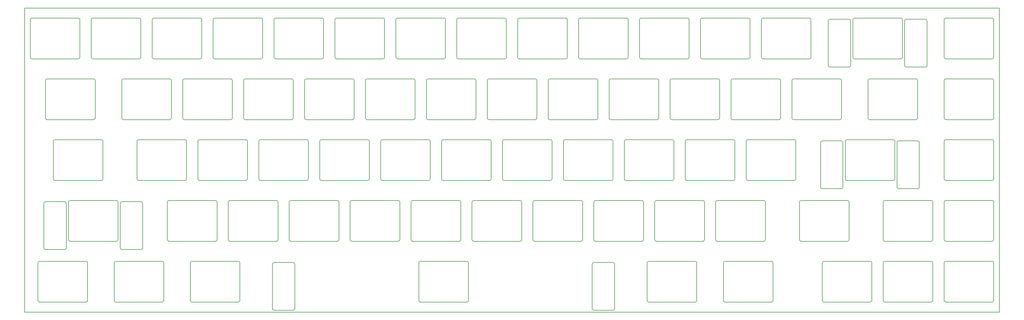
<source format=gbr>
G04 #@! TF.GenerationSoftware,KiCad,Pcbnew,(6.0.4)*
G04 #@! TF.CreationDate,2022-04-27T23:37:41+02:00*
G04 #@! TF.ProjectId,plate,706c6174-652e-46b6-9963-61645f706362,rev?*
G04 #@! TF.SameCoordinates,Original*
G04 #@! TF.FileFunction,Profile,NP*
%FSLAX46Y46*%
G04 Gerber Fmt 4.6, Leading zero omitted, Abs format (unit mm)*
G04 Created by KiCad (PCBNEW (6.0.4)) date 2022-04-27 23:37:41*
%MOMM*%
%LPD*%
G01*
G04 APERTURE LIST*
G04 #@! TA.AperFunction,Profile*
%ADD10C,0.200000*%
G04 #@! TD*
G04 APERTURE END LIST*
D10*
X51781250Y-79825000D02*
X51781250Y-91625000D01*
X52281250Y-79324950D02*
G75*
G03*
X51781250Y-79825000I50J-500050D01*
G01*
X79187500Y-60775000D02*
G75*
G03*
X78687500Y-60275000I-500000J0D01*
G01*
X225612500Y-53525000D02*
G75*
G03*
X226112500Y-54025000I500000J0D01*
G01*
X257781200Y-60775000D02*
G75*
G03*
X257281250Y-60275000I-500000J0D01*
G01*
X24418700Y-41725000D02*
G75*
G03*
X23918750Y-41225000I-500000J0D01*
G01*
X174437500Y-60775000D02*
X174437500Y-72575000D01*
X212537500Y-60775000D02*
G75*
G03*
X212037500Y-60275000I-500000J0D01*
G01*
X45137500Y-60275000D02*
X59637500Y-60275000D01*
X242281300Y-72575000D02*
G75*
G03*
X242781250Y-73075000I500000J0D01*
G01*
X283975000Y-79825000D02*
G75*
G03*
X283475000Y-79325000I-500000J0D01*
G01*
X259450000Y-15925000D02*
X273950000Y-15925000D01*
X287525000Y-3625000D02*
X287525000Y-15425000D01*
X216587500Y-60275000D02*
G75*
G03*
X216087500Y-60775000I0J-500000D01*
G01*
X164912500Y-41725000D02*
G75*
G03*
X164412500Y-41225000I-500000J0D01*
G01*
X50612500Y-41725000D02*
G75*
G03*
X50112500Y-41225000I-500000J0D01*
G01*
X97525000Y-3125000D02*
X112025000Y-3125000D01*
X258950000Y-3625000D02*
X258950000Y-15425000D01*
X271568750Y-54025050D02*
G75*
G03*
X272068750Y-53525000I-50J500050D01*
G01*
X207062500Y-41225000D02*
X221562500Y-41225000D01*
X288025000Y-60275000D02*
G75*
G03*
X287525000Y-60775000I0J-500000D01*
G01*
X264925000Y-79825000D02*
X264925000Y-91625000D01*
X303025000Y-60775000D02*
G75*
G03*
X302525000Y-60275000I-500000J0D01*
G01*
X88000000Y-22175000D02*
X102500000Y-22175000D01*
X140387500Y-73075000D02*
X154887500Y-73075000D01*
X287525000Y-72575000D02*
G75*
G03*
X288025000Y-73075000I500000J0D01*
G01*
X169675000Y-3625000D02*
G75*
G03*
X169175000Y-3125000I-500000J0D01*
G01*
X4656250Y-79325000D02*
G75*
G03*
X4156250Y-79825000I0J-500000D01*
G01*
X279756700Y-42125000D02*
G75*
G03*
X279256750Y-41625000I-500000J0D01*
G01*
X45137500Y-73075000D02*
X59637500Y-73075000D01*
X30369250Y-75675000D02*
X36369250Y-75675000D01*
X45850000Y-22675000D02*
G75*
G03*
X45350000Y-22175000I-500000J0D01*
G01*
X88712500Y-41725000D02*
X88712500Y-53525000D01*
X63687500Y-72575000D02*
G75*
G03*
X64187500Y-73075000I500000J0D01*
G01*
X188012500Y-41225000D02*
G75*
G03*
X187512500Y-41725000I0J-500000D01*
G01*
X226112500Y-41225000D02*
G75*
G03*
X225612500Y-41725000I0J-500000D01*
G01*
X130862500Y-41225000D02*
X145362500Y-41225000D01*
X64187500Y-60275000D02*
X78687500Y-60275000D01*
X54162500Y-41725000D02*
X54162500Y-53525000D01*
X23918750Y-54025050D02*
G75*
G03*
X24418750Y-53525000I-50J500050D01*
G01*
X230375000Y-3625000D02*
X230375000Y-15425000D01*
X0Y0D02*
X304800000Y0D01*
X288025000Y-92125000D02*
X302525000Y-92125000D01*
X84468750Y-80225000D02*
X84468750Y-94225000D01*
X207775000Y-3625000D02*
G75*
G03*
X207275000Y-3125000I-500000J0D01*
G01*
X240400000Y-34975000D02*
X254900000Y-34975000D01*
X159437500Y-60275000D02*
G75*
G03*
X158937500Y-60775000I0J-500000D01*
G01*
X45850000Y-22675000D02*
X45850000Y-34475000D01*
X169175000Y-15925000D02*
G75*
G03*
X169675000Y-15425000I0J500000D01*
G01*
X183968750Y-94725050D02*
G75*
G03*
X184468750Y-94225000I-50J500050D01*
G01*
X230875000Y-3125000D02*
X245375000Y-3125000D01*
X259450000Y-3125000D02*
G75*
G03*
X258950000Y-3625000I0J-500000D01*
G01*
X145150000Y-22175000D02*
G75*
G03*
X144650000Y-22675000I0J-500000D01*
G01*
X216587500Y-60275000D02*
X231087500Y-60275000D01*
X221350000Y-34975000D02*
X235850000Y-34975000D01*
X111812500Y-41225000D02*
G75*
G03*
X111312500Y-41725000I0J-500000D01*
G01*
X30369250Y-60674950D02*
G75*
G03*
X29869250Y-61175000I50J-500050D01*
G01*
X20825000Y-3625000D02*
X20825000Y-15425000D01*
X116075000Y-15425000D02*
G75*
G03*
X116575000Y-15925000I500000J0D01*
G01*
X173225000Y-3625000D02*
X173225000Y-15425000D01*
X107262500Y-54025000D02*
G75*
G03*
X107762500Y-53525000I0J500000D01*
G01*
X218968750Y-79324950D02*
G75*
G03*
X218468750Y-79825000I50J-500050D01*
G01*
X150625000Y-3625000D02*
G75*
G03*
X150125000Y-3125000I-500000J0D01*
G01*
X164912500Y-41725000D02*
X164912500Y-53525000D01*
X69662500Y-41725000D02*
X69662500Y-53525000D01*
X102500000Y-34975000D02*
G75*
G03*
X103000000Y-34475000I0J500000D01*
G01*
X29869250Y-61175000D02*
X29869250Y-75175000D01*
X1775000Y-3625000D02*
X1775000Y-15425000D01*
X287525000Y-34475000D02*
G75*
G03*
X288025000Y-34975000I500000J0D01*
G01*
X121337500Y-60275000D02*
X135837500Y-60275000D01*
X183462500Y-54025000D02*
G75*
G03*
X183962500Y-53525000I0J500000D01*
G01*
X202300000Y-34975000D02*
X216800000Y-34975000D01*
X230375000Y-15425000D02*
G75*
G03*
X230875000Y-15925000I500000J0D01*
G01*
X111312500Y-53525000D02*
G75*
G03*
X111812500Y-54025000I500000J0D01*
G01*
X241112500Y-41725000D02*
G75*
G03*
X240612500Y-41225000I-500000J0D01*
G01*
X43468750Y-79825000D02*
X43468750Y-91625000D01*
X35112500Y-53525000D02*
G75*
G03*
X35612500Y-54025000I500000J0D01*
G01*
X197037500Y-72575000D02*
G75*
G03*
X197537500Y-73075000I500000J0D01*
G01*
X36369250Y-75675050D02*
G75*
G03*
X36869250Y-75175000I-50J500050D01*
G01*
X92762500Y-41225000D02*
X107262500Y-41225000D01*
X264212500Y-22175000D02*
G75*
G03*
X263712500Y-22675000I0J-500000D01*
G01*
X21325000Y-3125000D02*
X35825000Y-3125000D01*
X231587500Y-60775000D02*
X231587500Y-72575000D01*
X0Y-95250000D02*
X0Y0D01*
X177987500Y-72575000D02*
G75*
G03*
X178487500Y-73075000I500000J0D01*
G01*
X177468800Y-94225000D02*
G75*
G03*
X177968750Y-94725000I500000J0D01*
G01*
X268975000Y-60275000D02*
X283475000Y-60275000D01*
X217300000Y-22675000D02*
X217300000Y-34475000D01*
X13681300Y-72575000D02*
G75*
G03*
X14181250Y-73075000I500000J0D01*
G01*
X283475000Y-73075000D02*
G75*
G03*
X283975000Y-72575000I0J500000D01*
G01*
X264212500Y-22175000D02*
X278712500Y-22175000D01*
X111812500Y-41225000D02*
X126312500Y-41225000D01*
X288025000Y-22175000D02*
X302525000Y-22175000D01*
X19656200Y-79825000D02*
G75*
G03*
X19156250Y-79325000I-500000J0D01*
G01*
X159437500Y-73075000D02*
X173937500Y-73075000D01*
X283975000Y-60775000D02*
X283975000Y-72575000D01*
X263712500Y-22675000D02*
X263712500Y-34475000D01*
X220850000Y-22675000D02*
X220850000Y-34475000D01*
X28681250Y-73075050D02*
G75*
G03*
X29181250Y-72575000I-50J500050D01*
G01*
X273950000Y-15925000D02*
G75*
G03*
X274450000Y-15425000I0J500000D01*
G01*
X182750000Y-22675000D02*
X182750000Y-34475000D01*
X4656250Y-79325000D02*
X19156250Y-79325000D01*
X183250000Y-22175000D02*
X197750000Y-22175000D01*
X164200000Y-34975000D02*
X178700000Y-34975000D01*
X35612500Y-41225000D02*
G75*
G03*
X35112500Y-41725000I0J-500000D01*
G01*
X5993250Y-61175000D02*
X5993250Y-75175000D01*
X256568750Y-41725000D02*
X256568750Y-53525000D01*
X304800000Y-95250000D02*
X304800000Y0D01*
X14181250Y-60275000D02*
X28681250Y-60275000D01*
X303025000Y-79825000D02*
X303025000Y-91625000D01*
X54662500Y-41225000D02*
G75*
G03*
X54162500Y-41725000I0J-500000D01*
G01*
X123218750Y-79825000D02*
X123218750Y-91625000D01*
X60137500Y-60775000D02*
G75*
G03*
X59637500Y-60275000I-500000J0D01*
G01*
X221562500Y-54025000D02*
G75*
G03*
X222062500Y-53525000I0J500000D01*
G01*
X138718750Y-79825000D02*
X138718750Y-91625000D01*
X88000000Y-22175000D02*
G75*
G03*
X87500000Y-22675000I0J-500000D01*
G01*
X130362500Y-41725000D02*
X130362500Y-53525000D01*
X93475000Y-3625000D02*
X93475000Y-15425000D01*
X54662500Y-41225000D02*
X69162500Y-41225000D01*
X131075000Y-15925000D02*
G75*
G03*
X131575000Y-15425000I0J500000D01*
G01*
X159650000Y-34975000D02*
G75*
G03*
X160150000Y-34475000I0J500000D01*
G01*
X144650000Y-22675000D02*
X144650000Y-34475000D01*
X9418750Y-41224950D02*
G75*
G03*
X8918750Y-41725000I50J-500050D01*
G01*
X125600000Y-34475000D02*
G75*
G03*
X126100000Y-34975000I500000J0D01*
G01*
X182750000Y-34475000D02*
G75*
G03*
X183250000Y-34975000I500000J0D01*
G01*
X59425000Y-3125000D02*
G75*
G03*
X58925000Y-3625000I0J-500000D01*
G01*
X116787500Y-73075000D02*
G75*
G03*
X117287500Y-72575000I0J500000D01*
G01*
X279756750Y-42125000D02*
X279756750Y-56125000D01*
X268475000Y-72575000D02*
G75*
G03*
X268975000Y-73075000I500000J0D01*
G01*
X173725000Y-3125000D02*
X188225000Y-3125000D01*
X194656300Y-91625000D02*
G75*
G03*
X195156250Y-92125000I500000J0D01*
G01*
X195156250Y-79325000D02*
X209656250Y-79325000D01*
X168962500Y-41225000D02*
G75*
G03*
X168462500Y-41725000I0J-500000D01*
G01*
X212037500Y-73075000D02*
G75*
G03*
X212537500Y-72575000I0J500000D01*
G01*
X251262000Y-18025000D02*
G75*
G03*
X251762000Y-18525000I500000J0D01*
G01*
X36869200Y-61175000D02*
G75*
G03*
X36369250Y-60675000I-500000J0D01*
G01*
X44637500Y-72575000D02*
G75*
G03*
X45137500Y-73075000I500000J0D01*
G01*
X302525000Y-15925000D02*
G75*
G03*
X303025000Y-15425000I0J500000D01*
G01*
X216087500Y-60775000D02*
X216087500Y-72575000D01*
X77968750Y-79724950D02*
G75*
G03*
X77468750Y-80225000I50J-500050D01*
G01*
X268475000Y-91625000D02*
G75*
G03*
X268975000Y-92125000I500000J0D01*
G01*
X149912500Y-41225000D02*
X164412500Y-41225000D01*
X121337500Y-73075000D02*
X135837500Y-73075000D01*
X93475000Y-3625000D02*
G75*
G03*
X92975000Y-3125000I-500000J0D01*
G01*
X135625000Y-3125000D02*
X150125000Y-3125000D01*
X17275000Y-3625000D02*
X17275000Y-15425000D01*
X66781250Y-92125050D02*
G75*
G03*
X67281250Y-91625000I-50J500050D01*
G01*
X68950000Y-34975000D02*
X83450000Y-34975000D01*
X116075000Y-3625000D02*
X116075000Y-15425000D01*
X230875000Y-15925000D02*
X245375000Y-15925000D01*
X63687500Y-60775000D02*
X63687500Y-72575000D01*
X141100000Y-22675000D02*
X141100000Y-34475000D01*
X164200000Y-22175000D02*
X178700000Y-22175000D01*
X174437500Y-60775000D02*
G75*
G03*
X173937500Y-60275000I-500000J0D01*
G01*
X40375000Y-15925000D02*
X54875000Y-15925000D01*
X287525000Y-60775000D02*
X287525000Y-72575000D01*
X123718750Y-79324950D02*
G75*
G03*
X123218750Y-79825000I50J-500050D01*
G01*
X258262000Y-4025000D02*
X258262000Y-18025000D01*
X239900000Y-22675000D02*
X239900000Y-34475000D01*
X288025000Y-79325000D02*
X302525000Y-79325000D01*
X179200000Y-22675000D02*
G75*
G03*
X178700000Y-22175000I-500000J0D01*
G01*
X92762500Y-41225000D02*
G75*
G03*
X92262500Y-41725000I0J-500000D01*
G01*
X27968750Y-79825000D02*
X27968750Y-91625000D01*
X29181200Y-60775000D02*
G75*
G03*
X28681250Y-60275000I-500000J0D01*
G01*
X173225000Y-15425000D02*
G75*
G03*
X173725000Y-15925000I500000J0D01*
G01*
X287525000Y-91625000D02*
G75*
G03*
X288025000Y-92125000I500000J0D01*
G01*
X77468750Y-80225000D02*
X77468750Y-94225000D01*
X83237500Y-60275000D02*
G75*
G03*
X82737500Y-60775000I0J-500000D01*
G01*
X226112500Y-54025000D02*
X240612500Y-54025000D01*
X49900000Y-34975000D02*
X64400000Y-34975000D01*
X268975000Y-60275000D02*
G75*
G03*
X268475000Y-60775000I0J-500000D01*
G01*
X236350000Y-22675000D02*
G75*
G03*
X235850000Y-22175000I-500000J0D01*
G01*
X279212500Y-22675000D02*
G75*
G03*
X278712500Y-22175000I-500000J0D01*
G01*
X84468700Y-80225000D02*
G75*
G03*
X83968750Y-79725000I-500000J0D01*
G01*
X272068750Y-41725000D02*
X272068750Y-53525000D01*
X272068700Y-41725000D02*
G75*
G03*
X271568750Y-41225000I-500000J0D01*
G01*
X7037500Y-34975000D02*
X21537500Y-34975000D01*
X216087500Y-72575000D02*
G75*
G03*
X216587500Y-73075000I500000J0D01*
G01*
X203012500Y-41725000D02*
G75*
G03*
X202512500Y-41225000I-500000J0D01*
G01*
X14181250Y-60274950D02*
G75*
G03*
X13681250Y-60775000I50J-500050D01*
G01*
X233968750Y-79825000D02*
X233968750Y-91625000D01*
X126312500Y-54025000D02*
G75*
G03*
X126812500Y-53525000I0J500000D01*
G01*
X183250000Y-34975000D02*
X197750000Y-34975000D01*
X283975000Y-60775000D02*
G75*
G03*
X283475000Y-60275000I-500000J0D01*
G01*
X24418750Y-41725000D02*
X24418750Y-53525000D01*
X82737500Y-60775000D02*
X82737500Y-72575000D01*
X303025000Y-22675000D02*
G75*
G03*
X302525000Y-22175000I-500000J0D01*
G01*
X92262500Y-53525000D02*
G75*
G03*
X92762500Y-54025000I500000J0D01*
G01*
X239900000Y-34475000D02*
G75*
G03*
X240400000Y-34975000I500000J0D01*
G01*
X154675000Y-15925000D02*
X169175000Y-15925000D01*
X92262500Y-41725000D02*
X92262500Y-53525000D01*
X222062500Y-41725000D02*
X222062500Y-53525000D01*
X264425000Y-92125000D02*
G75*
G03*
X264925000Y-91625000I0J500000D01*
G01*
X40375000Y-3125000D02*
X54875000Y-3125000D01*
X192775000Y-15925000D02*
X207275000Y-15925000D01*
X273256750Y-56625000D02*
X279256750Y-56625000D01*
X116575000Y-3125000D02*
G75*
G03*
X116075000Y-3625000I0J-500000D01*
G01*
X207062500Y-54025000D02*
X221562500Y-54025000D01*
X77968750Y-94725000D02*
X83968750Y-94725000D01*
X122050000Y-22675000D02*
G75*
G03*
X121550000Y-22175000I-500000J0D01*
G01*
X287525000Y-22675000D02*
X287525000Y-34475000D01*
X121337500Y-60275000D02*
G75*
G03*
X120837500Y-60775000I0J-500000D01*
G01*
X149912500Y-54025000D02*
X164412500Y-54025000D01*
X74425000Y-3625000D02*
G75*
G03*
X73925000Y-3125000I-500000J0D01*
G01*
X21537500Y-34975000D02*
G75*
G03*
X22037500Y-34475000I0J500000D01*
G01*
X287525000Y-41725000D02*
X287525000Y-53525000D01*
X131575000Y-3625000D02*
X131575000Y-15425000D01*
X303025000Y-41725000D02*
X303025000Y-53525000D01*
X268475000Y-60775000D02*
X268475000Y-72575000D01*
X288025000Y-15925000D02*
X302525000Y-15925000D01*
X242781250Y-60274950D02*
G75*
G03*
X242281250Y-60775000I50J-500050D01*
G01*
X140387500Y-60275000D02*
G75*
G03*
X139887500Y-60775000I0J-500000D01*
G01*
X97525000Y-15925000D02*
X112025000Y-15925000D01*
X30850000Y-34975000D02*
X45350000Y-34975000D01*
X145862500Y-41725000D02*
G75*
G03*
X145362500Y-41225000I-500000J0D01*
G01*
X197537500Y-60275000D02*
X212037500Y-60275000D01*
X92975000Y-15925000D02*
G75*
G03*
X93475000Y-15425000I0J500000D01*
G01*
X193487500Y-60775000D02*
X193487500Y-72575000D01*
X155387500Y-60775000D02*
X155387500Y-72575000D01*
X202300000Y-22175000D02*
G75*
G03*
X201800000Y-22675000I0J-500000D01*
G01*
X28468750Y-79325000D02*
X42968750Y-79325000D01*
X288025000Y-41225000D02*
G75*
G03*
X287525000Y-41725000I0J-500000D01*
G01*
X216587500Y-73075000D02*
X231087500Y-73075000D01*
X64187500Y-73075000D02*
X78687500Y-73075000D01*
X149412500Y-41725000D02*
X149412500Y-53525000D01*
X73212500Y-53525000D02*
G75*
G03*
X73712500Y-54025000I500000J0D01*
G01*
X102287500Y-60275000D02*
G75*
G03*
X101787500Y-60775000I0J-500000D01*
G01*
X275138000Y-18025000D02*
G75*
G03*
X275638000Y-18525000I500000J0D01*
G01*
X20825000Y-15425000D02*
G75*
G03*
X21325000Y-15925000I500000J0D01*
G01*
X77468800Y-94225000D02*
G75*
G03*
X77968750Y-94725000I500000J0D01*
G01*
X78475000Y-3125000D02*
G75*
G03*
X77975000Y-3625000I0J-500000D01*
G01*
X288025000Y-79325000D02*
G75*
G03*
X287525000Y-79825000I0J-500000D01*
G01*
X83237500Y-73075000D02*
X97737500Y-73075000D01*
X221350000Y-22175000D02*
X235850000Y-22175000D01*
X59637500Y-73075000D02*
G75*
G03*
X60137500Y-72575000I0J500000D01*
G01*
X154175000Y-3625000D02*
X154175000Y-15425000D01*
X29869300Y-75175000D02*
G75*
G03*
X30369250Y-75675000I500000J0D01*
G01*
X168462500Y-53525000D02*
G75*
G03*
X168962500Y-54025000I500000J0D01*
G01*
X116575000Y-3125000D02*
X131075000Y-3125000D01*
X7037500Y-22175000D02*
G75*
G03*
X6537500Y-22675000I0J-500000D01*
G01*
X302525000Y-34975000D02*
G75*
G03*
X303025000Y-34475000I0J500000D01*
G01*
X52281250Y-79325000D02*
X66781250Y-79325000D01*
X173937500Y-73075000D02*
G75*
G03*
X174437500Y-72575000I0J500000D01*
G01*
X255380750Y-56625050D02*
G75*
G03*
X255880750Y-56125000I-50J500050D01*
G01*
X68950000Y-22175000D02*
X83450000Y-22175000D01*
X230875000Y-3125000D02*
G75*
G03*
X230375000Y-3625000I0J-500000D01*
G01*
X264212500Y-34975000D02*
X278712500Y-34975000D01*
X212537500Y-60775000D02*
X212537500Y-72575000D01*
X131575000Y-3625000D02*
G75*
G03*
X131075000Y-3125000I-500000J0D01*
G01*
X126812500Y-41725000D02*
X126812500Y-53525000D01*
X158937500Y-72575000D02*
G75*
G03*
X159437500Y-73075000I500000J0D01*
G01*
X222062500Y-41725000D02*
G75*
G03*
X221562500Y-41225000I-500000J0D01*
G01*
X117287500Y-60775000D02*
X117287500Y-72575000D01*
X177968750Y-79724950D02*
G75*
G03*
X177468750Y-80225000I50J-500050D01*
G01*
X288025000Y-34975000D02*
X302525000Y-34975000D01*
X45350000Y-34975000D02*
G75*
G03*
X45850000Y-34475000I0J500000D01*
G01*
X122050000Y-22675000D02*
X122050000Y-34475000D01*
X64400000Y-34975000D02*
G75*
G03*
X64900000Y-34475000I0J500000D01*
G01*
X275138000Y-4025000D02*
X275138000Y-18025000D01*
X106550000Y-34475000D02*
G75*
G03*
X107050000Y-34975000I500000J0D01*
G01*
X197750000Y-34975000D02*
G75*
G03*
X198250000Y-34475000I0J500000D01*
G01*
X6493250Y-60675000D02*
G75*
G03*
X5993250Y-61175000I0J-500000D01*
G01*
X50112500Y-54025000D02*
G75*
G03*
X50612500Y-53525000I0J500000D01*
G01*
X5993250Y-75175000D02*
G75*
G03*
X6493250Y-75675000I500000J0D01*
G01*
X111312500Y-41725000D02*
X111312500Y-53525000D01*
X123718750Y-79325000D02*
X138218750Y-79325000D01*
X30850000Y-22175000D02*
X45350000Y-22175000D01*
X303025000Y-60775000D02*
X303025000Y-72575000D01*
X198250000Y-22675000D02*
X198250000Y-34475000D01*
X249425000Y-79825000D02*
X249425000Y-91625000D01*
X287525000Y-15425000D02*
G75*
G03*
X288025000Y-15925000I500000J0D01*
G01*
X36869250Y-61175000D02*
X36869250Y-75175000D01*
X178487500Y-60275000D02*
X192987500Y-60275000D01*
X225612500Y-41725000D02*
X225612500Y-53525000D01*
X303025000Y-22675000D02*
X303025000Y-34475000D01*
X4156250Y-91625000D02*
G75*
G03*
X4656250Y-92125000I500000J0D01*
G01*
X194656250Y-79825000D02*
X194656250Y-91625000D01*
X4156250Y-79825000D02*
X4156250Y-91625000D01*
X210156250Y-79825000D02*
X210156250Y-91625000D01*
X68450000Y-22675000D02*
X68450000Y-34475000D01*
X154675000Y-3125000D02*
G75*
G03*
X154175000Y-3625000I0J-500000D01*
G01*
X279256750Y-56625050D02*
G75*
G03*
X279756750Y-56125000I-50J500050D01*
G01*
X6493250Y-60675000D02*
X12493250Y-60675000D01*
X257762000Y-18525000D02*
G75*
G03*
X258262000Y-18025000I0J500000D01*
G01*
X288025000Y-3125000D02*
X302525000Y-3125000D01*
X12993200Y-61175000D02*
G75*
G03*
X12493250Y-60675000I-500000J0D01*
G01*
X302525000Y-92125000D02*
G75*
G03*
X303025000Y-91625000I0J500000D01*
G01*
X249425000Y-91625000D02*
G75*
G03*
X249925000Y-92125000I500000J0D01*
G01*
X126100000Y-22175000D02*
X140600000Y-22175000D01*
X78475000Y-3125000D02*
X92975000Y-3125000D01*
X101787500Y-60775000D02*
X101787500Y-72575000D01*
X69162500Y-54025000D02*
G75*
G03*
X69662500Y-53525000I0J500000D01*
G01*
X274450000Y-3625000D02*
X274450000Y-15425000D01*
X197537500Y-73075000D02*
X212037500Y-73075000D01*
X155387500Y-60775000D02*
G75*
G03*
X154887500Y-60275000I-500000J0D01*
G01*
X145150000Y-34975000D02*
X159650000Y-34975000D01*
X187512500Y-53525000D02*
G75*
G03*
X188012500Y-54025000I500000J0D01*
G01*
X241112500Y-41725000D02*
X241112500Y-53525000D01*
X67281250Y-79825000D02*
X67281250Y-91625000D01*
X188725000Y-3625000D02*
G75*
G03*
X188225000Y-3125000I-500000J0D01*
G01*
X6537500Y-34475000D02*
G75*
G03*
X7037500Y-34975000I500000J0D01*
G01*
X35612500Y-41225000D02*
X50112500Y-41225000D01*
X235850000Y-34975000D02*
G75*
G03*
X236350000Y-34475000I0J500000D01*
G01*
X268975000Y-92125000D02*
X283475000Y-92125000D01*
X30850000Y-22175000D02*
G75*
G03*
X30350000Y-22675000I0J-500000D01*
G01*
X183962500Y-41725000D02*
X183962500Y-53525000D01*
X201800000Y-22675000D02*
X201800000Y-34475000D01*
X135625000Y-15925000D02*
X150125000Y-15925000D01*
X154887500Y-73075000D02*
G75*
G03*
X155387500Y-72575000I0J500000D01*
G01*
X268975000Y-73075000D02*
X283475000Y-73075000D01*
X52281250Y-92125000D02*
X66781250Y-92125000D01*
X68950000Y-22175000D02*
G75*
G03*
X68450000Y-22675000I0J-500000D01*
G01*
X120837500Y-60775000D02*
X120837500Y-72575000D01*
X274450000Y-3625000D02*
G75*
G03*
X273950000Y-3125000I-500000J0D01*
G01*
X97025000Y-15425000D02*
G75*
G03*
X97525000Y-15925000I500000J0D01*
G01*
X117287500Y-60775000D02*
G75*
G03*
X116787500Y-60275000I-500000J0D01*
G01*
X107050000Y-34975000D02*
X121550000Y-34975000D01*
X288025000Y-60275000D02*
X302525000Y-60275000D01*
X192987500Y-73075000D02*
G75*
G03*
X193487500Y-72575000I0J500000D01*
G01*
X28468750Y-92125000D02*
X42968750Y-92125000D01*
X106550000Y-22675000D02*
X106550000Y-34475000D01*
X87500000Y-34475000D02*
G75*
G03*
X88000000Y-34975000I500000J0D01*
G01*
X217300000Y-22675000D02*
G75*
G03*
X216800000Y-22175000I-500000J0D01*
G01*
X29181250Y-60775000D02*
X29181250Y-72575000D01*
X28468750Y-79324950D02*
G75*
G03*
X27968750Y-79825000I50J-500050D01*
G01*
X248880750Y-42125000D02*
X248880750Y-56125000D01*
X226825000Y-3625000D02*
X226825000Y-15425000D01*
X178700000Y-34975000D02*
G75*
G03*
X179200000Y-34475000I0J500000D01*
G01*
X116575000Y-15925000D02*
X131075000Y-15925000D01*
X198250000Y-22675000D02*
G75*
G03*
X197750000Y-22175000I-500000J0D01*
G01*
X150625000Y-3625000D02*
X150625000Y-15425000D01*
X88712500Y-41725000D02*
G75*
G03*
X88212500Y-41225000I-500000J0D01*
G01*
X184468750Y-80225000D02*
X184468750Y-94225000D01*
X283475000Y-92125000D02*
G75*
G03*
X283975000Y-91625000I0J500000D01*
G01*
X145862500Y-41725000D02*
X145862500Y-53525000D01*
X0Y-95250000D02*
X304800000Y-95250000D01*
X126812500Y-41725000D02*
G75*
G03*
X126312500Y-41225000I-500000J0D01*
G01*
X303025000Y-3625000D02*
G75*
G03*
X302525000Y-3125000I-500000J0D01*
G01*
X97025000Y-3625000D02*
X97025000Y-15425000D01*
X8918750Y-41725000D02*
X8918750Y-53525000D01*
X138218750Y-92125050D02*
G75*
G03*
X138718750Y-91625000I-50J500050D01*
G01*
X59425000Y-3125000D02*
X73925000Y-3125000D01*
X49900000Y-22175000D02*
X64400000Y-22175000D01*
X177968750Y-94725000D02*
X183968750Y-94725000D01*
X193487500Y-60775000D02*
G75*
G03*
X192987500Y-60275000I-500000J0D01*
G01*
X231087500Y-73075000D02*
G75*
G03*
X231587500Y-72575000I0J500000D01*
G01*
X135125000Y-3625000D02*
X135125000Y-15425000D01*
X107762500Y-41725000D02*
G75*
G03*
X107262500Y-41225000I-500000J0D01*
G01*
X245875000Y-3625000D02*
X245875000Y-15425000D01*
X39875000Y-3625000D02*
X39875000Y-15425000D01*
X283975000Y-79825000D02*
X283975000Y-91625000D01*
X130862500Y-54025000D02*
X145362500Y-54025000D01*
X275638000Y-3525000D02*
G75*
G03*
X275138000Y-4025000I0J-500000D01*
G01*
X240400000Y-22175000D02*
G75*
G03*
X239900000Y-22675000I0J-500000D01*
G01*
X9418750Y-54025000D02*
X23918750Y-54025000D01*
X135125000Y-15425000D02*
G75*
G03*
X135625000Y-15925000I500000J0D01*
G01*
X55375000Y-3625000D02*
G75*
G03*
X54875000Y-3125000I-500000J0D01*
G01*
X251762000Y-18525000D02*
X257762000Y-18525000D01*
X202512500Y-54025000D02*
G75*
G03*
X203012500Y-53525000I0J500000D01*
G01*
X64900000Y-22675000D02*
G75*
G03*
X64400000Y-22175000I-500000J0D01*
G01*
X288025000Y-54025000D02*
X302525000Y-54025000D01*
X202300000Y-22175000D02*
X216800000Y-22175000D01*
X1775000Y-15425000D02*
G75*
G03*
X2275000Y-15925000I500000J0D01*
G01*
X231587500Y-60775000D02*
G75*
G03*
X231087500Y-60275000I-500000J0D01*
G01*
X287525000Y-53525000D02*
G75*
G03*
X288025000Y-54025000I500000J0D01*
G01*
X263712500Y-34475000D02*
G75*
G03*
X264212500Y-34975000I500000J0D01*
G01*
X255880700Y-42125000D02*
G75*
G03*
X255380750Y-41625000I-500000J0D01*
G01*
X130362500Y-53525000D02*
G75*
G03*
X130862500Y-54025000I500000J0D01*
G01*
X79187500Y-60775000D02*
X79187500Y-72575000D01*
X188225000Y-15925000D02*
G75*
G03*
X188725000Y-15425000I0J500000D01*
G01*
X154675000Y-3125000D02*
X169175000Y-3125000D01*
X249925000Y-79325000D02*
X264425000Y-79325000D01*
X83450000Y-34975000D02*
G75*
G03*
X83950000Y-34475000I0J500000D01*
G01*
X251762000Y-3525000D02*
X257762000Y-3525000D01*
X207275000Y-15925000D02*
G75*
G03*
X207775000Y-15425000I0J500000D01*
G01*
X140600000Y-34975000D02*
G75*
G03*
X141100000Y-34475000I0J500000D01*
G01*
X183250000Y-22175000D02*
G75*
G03*
X182750000Y-22675000I0J-500000D01*
G01*
X2275000Y-3125000D02*
X16775000Y-3125000D01*
X303025000Y-79825000D02*
G75*
G03*
X302525000Y-79325000I-500000J0D01*
G01*
X245875000Y-3625000D02*
G75*
G03*
X245375000Y-3125000I-500000J0D01*
G01*
X169675000Y-3625000D02*
X169675000Y-15425000D01*
X192775000Y-3125000D02*
X207275000Y-3125000D01*
X112525000Y-3625000D02*
G75*
G03*
X112025000Y-3125000I-500000J0D01*
G01*
X83237500Y-60275000D02*
X97737500Y-60275000D01*
X97737500Y-73075000D02*
G75*
G03*
X98237500Y-72575000I0J500000D01*
G01*
X30350000Y-22675000D02*
X30350000Y-34475000D01*
X83950000Y-22675000D02*
G75*
G03*
X83450000Y-22175000I-500000J0D01*
G01*
X19156250Y-92125050D02*
G75*
G03*
X19656250Y-91625000I-50J500050D01*
G01*
X74425000Y-3625000D02*
X74425000Y-15425000D01*
X145150000Y-22175000D02*
X159650000Y-22175000D01*
X240400000Y-22175000D02*
X254900000Y-22175000D01*
X77975000Y-3625000D02*
X77975000Y-15425000D01*
X255880750Y-42125000D02*
X255880750Y-56125000D01*
X288025000Y-3125000D02*
G75*
G03*
X287525000Y-3625000I0J-500000D01*
G01*
X64187500Y-60275000D02*
G75*
G03*
X63687500Y-60775000I0J-500000D01*
G01*
X177468750Y-80225000D02*
X177468750Y-94225000D01*
X64900000Y-22675000D02*
X64900000Y-34475000D01*
X17275000Y-3625000D02*
G75*
G03*
X16775000Y-3125000I-500000J0D01*
G01*
X83968750Y-94725050D02*
G75*
G03*
X84468750Y-94225000I-50J500050D01*
G01*
X245375000Y-15925000D02*
G75*
G03*
X245875000Y-15425000I0J500000D01*
G01*
X36325000Y-3625000D02*
X36325000Y-15425000D01*
X14181250Y-73075000D02*
X28681250Y-73075000D01*
X9418750Y-41225000D02*
X23918750Y-41225000D01*
X88212500Y-54025000D02*
G75*
G03*
X88712500Y-53525000I0J500000D01*
G01*
X54162500Y-53525000D02*
G75*
G03*
X54662500Y-54025000I500000J0D01*
G01*
X126100000Y-22175000D02*
G75*
G03*
X125600000Y-22675000I0J-500000D01*
G01*
X178487500Y-73075000D02*
X192987500Y-73075000D01*
X87500000Y-22675000D02*
X87500000Y-34475000D01*
X249380750Y-41624950D02*
G75*
G03*
X248880750Y-42125000I50J-500050D01*
G01*
X242781250Y-60275000D02*
X257281250Y-60275000D01*
X2275000Y-15925000D02*
X16775000Y-15925000D01*
X73925000Y-15925000D02*
G75*
G03*
X74425000Y-15425000I0J500000D01*
G01*
X303025000Y-3625000D02*
X303025000Y-15425000D01*
X177987500Y-60775000D02*
X177987500Y-72575000D01*
X158937500Y-60775000D02*
X158937500Y-72575000D01*
X233968700Y-79825000D02*
G75*
G03*
X233468750Y-79325000I-500000J0D01*
G01*
X101787500Y-72575000D02*
G75*
G03*
X102287500Y-73075000I500000J0D01*
G01*
X279212500Y-22675000D02*
X279212500Y-34475000D01*
X50612500Y-41725000D02*
X50612500Y-53525000D01*
X125600000Y-22675000D02*
X125600000Y-34475000D01*
X264925000Y-79825000D02*
G75*
G03*
X264425000Y-79325000I-500000J0D01*
G01*
X164200000Y-22175000D02*
G75*
G03*
X163700000Y-22675000I0J-500000D01*
G01*
X39875000Y-15425000D02*
G75*
G03*
X40375000Y-15925000I500000J0D01*
G01*
X51781300Y-91625000D02*
G75*
G03*
X52281250Y-92125000I500000J0D01*
G01*
X98237500Y-60775000D02*
G75*
G03*
X97737500Y-60275000I-500000J0D01*
G01*
X6493250Y-75675000D02*
X12493250Y-75675000D01*
X123218800Y-91625000D02*
G75*
G03*
X123718750Y-92125000I500000J0D01*
G01*
X255400000Y-22675000D02*
G75*
G03*
X254900000Y-22175000I-500000J0D01*
G01*
X139887500Y-60775000D02*
X139887500Y-72575000D01*
X45137500Y-60275000D02*
G75*
G03*
X44637500Y-60775000I0J-500000D01*
G01*
X184468700Y-80225000D02*
G75*
G03*
X183968750Y-79725000I-500000J0D01*
G01*
X192275000Y-3625000D02*
X192275000Y-15425000D01*
X136337500Y-60775000D02*
X136337500Y-72575000D01*
X68450000Y-34475000D02*
G75*
G03*
X68950000Y-34975000I500000J0D01*
G01*
X107762500Y-41725000D02*
X107762500Y-53525000D01*
X211325000Y-3625000D02*
X211325000Y-15425000D01*
X268975000Y-79325000D02*
X283475000Y-79325000D01*
X281638000Y-18525000D02*
G75*
G03*
X282138000Y-18025000I0J500000D01*
G01*
X251262000Y-4025000D02*
X251262000Y-18025000D01*
X249925000Y-79325000D02*
G75*
G03*
X249425000Y-79825000I0J-500000D01*
G01*
X42968750Y-92125050D02*
G75*
G03*
X43468750Y-91625000I-50J500050D01*
G01*
X92762500Y-54025000D02*
X107262500Y-54025000D01*
X183962500Y-41725000D02*
G75*
G03*
X183462500Y-41225000I-500000J0D01*
G01*
X135625000Y-3125000D02*
G75*
G03*
X135125000Y-3625000I0J-500000D01*
G01*
X112025000Y-15925000D02*
G75*
G03*
X112525000Y-15425000I0J500000D01*
G01*
X49400000Y-34475000D02*
G75*
G03*
X49900000Y-34975000I500000J0D01*
G01*
X160150000Y-22675000D02*
G75*
G03*
X159650000Y-22175000I-500000J0D01*
G01*
X35825000Y-15925000D02*
G75*
G03*
X36325000Y-15425000I0J500000D01*
G01*
X303025000Y-41725000D02*
G75*
G03*
X302525000Y-41225000I-500000J0D01*
G01*
X73712500Y-54025000D02*
X88212500Y-54025000D01*
X168462500Y-41725000D02*
X168462500Y-53525000D01*
X211825000Y-15925000D02*
X226325000Y-15925000D01*
X168962500Y-54025000D02*
X183462500Y-54025000D01*
X209656250Y-92125050D02*
G75*
G03*
X210156250Y-91625000I-50J500050D01*
G01*
X226112500Y-41225000D02*
X240612500Y-41225000D01*
X268975000Y-79325000D02*
G75*
G03*
X268475000Y-79825000I0J-500000D01*
G01*
X236350000Y-22675000D02*
X236350000Y-34475000D01*
X201800000Y-34475000D02*
G75*
G03*
X202300000Y-34975000I500000J0D01*
G01*
X173725000Y-15925000D02*
X188225000Y-15925000D01*
X120837500Y-72575000D02*
G75*
G03*
X121337500Y-73075000I500000J0D01*
G01*
X188012500Y-41225000D02*
X202512500Y-41225000D01*
X218968750Y-92125000D02*
X233468750Y-92125000D01*
X257281250Y-73075050D02*
G75*
G03*
X257781250Y-72575000I-50J500050D01*
G01*
X35112500Y-41725000D02*
X35112500Y-53525000D01*
X220850000Y-34475000D02*
G75*
G03*
X221350000Y-34975000I500000J0D01*
G01*
X278712500Y-34975000D02*
G75*
G03*
X279212500Y-34475000I0J500000D01*
G01*
X206562500Y-41725000D02*
X206562500Y-53525000D01*
X58925000Y-15425000D02*
G75*
G03*
X59425000Y-15925000I500000J0D01*
G01*
X287525000Y-79825000D02*
X287525000Y-91625000D01*
X206562500Y-53525000D02*
G75*
G03*
X207062500Y-54025000I500000J0D01*
G01*
X102287500Y-73075000D02*
X116787500Y-73075000D01*
X159437500Y-60275000D02*
X173937500Y-60275000D01*
X192775000Y-3125000D02*
G75*
G03*
X192275000Y-3625000I0J-500000D01*
G01*
X21325000Y-3125000D02*
G75*
G03*
X20825000Y-3625000I0J-500000D01*
G01*
X258950000Y-15425000D02*
G75*
G03*
X259450000Y-15925000I500000J0D01*
G01*
X30350000Y-34475000D02*
G75*
G03*
X30850000Y-34975000I500000J0D01*
G01*
X102287500Y-60275000D02*
X116787500Y-60275000D01*
X210156200Y-79825000D02*
G75*
G03*
X209656250Y-79325000I-500000J0D01*
G01*
X273256750Y-41624950D02*
G75*
G03*
X272756750Y-42125000I50J-500050D01*
G01*
X302525000Y-54025000D02*
G75*
G03*
X303025000Y-53525000I0J500000D01*
G01*
X211825000Y-3125000D02*
X226325000Y-3125000D01*
X257068750Y-41224950D02*
G75*
G03*
X256568750Y-41725000I50J-500050D01*
G01*
X19656250Y-79825000D02*
X19656250Y-91625000D01*
X249380750Y-41625000D02*
X255380750Y-41625000D01*
X154175000Y-15425000D02*
G75*
G03*
X154675000Y-15925000I500000J0D01*
G01*
X288025000Y-22175000D02*
G75*
G03*
X287525000Y-22675000I0J-500000D01*
G01*
X259450000Y-3125000D02*
X273950000Y-3125000D01*
X123718750Y-92125000D02*
X138218750Y-92125000D01*
X6537500Y-22675000D02*
X6537500Y-34475000D01*
X4656250Y-92125000D02*
X19156250Y-92125000D01*
X188725000Y-3625000D02*
X188725000Y-15425000D01*
X12993250Y-61175000D02*
X12993250Y-75175000D01*
X67281200Y-79825000D02*
G75*
G03*
X66781250Y-79325000I-500000J0D01*
G01*
X257781250Y-60775000D02*
X257781250Y-72575000D01*
X43468700Y-79825000D02*
G75*
G03*
X42968750Y-79325000I-500000J0D01*
G01*
X240612500Y-54025000D02*
G75*
G03*
X241112500Y-53525000I0J500000D01*
G01*
X249380750Y-56625000D02*
X255380750Y-56625000D01*
X139887500Y-72575000D02*
G75*
G03*
X140387500Y-73075000I500000J0D01*
G01*
X177968750Y-79725000D02*
X183968750Y-79725000D01*
X163700000Y-22675000D02*
X163700000Y-34475000D01*
X221350000Y-22175000D02*
G75*
G03*
X220850000Y-22675000I0J-500000D01*
G01*
X216800000Y-34975000D02*
G75*
G03*
X217300000Y-34475000I0J500000D01*
G01*
X164412500Y-54025000D02*
G75*
G03*
X164912500Y-53525000I0J500000D01*
G01*
X73212500Y-41725000D02*
X73212500Y-53525000D01*
X69662500Y-41725000D02*
G75*
G03*
X69162500Y-41225000I-500000J0D01*
G01*
X112525000Y-3625000D02*
X112525000Y-15425000D01*
X226825000Y-3625000D02*
G75*
G03*
X226325000Y-3125000I-500000J0D01*
G01*
X54875000Y-15925000D02*
G75*
G03*
X55375000Y-15425000I0J500000D01*
G01*
X197037500Y-60775000D02*
X197037500Y-72575000D01*
X226325000Y-15925000D02*
G75*
G03*
X226825000Y-15425000I0J500000D01*
G01*
X77968750Y-79725000D02*
X83968750Y-79725000D01*
X242281250Y-60775000D02*
X242281250Y-72575000D01*
X49400000Y-22675000D02*
X49400000Y-34475000D01*
X218968750Y-79325000D02*
X233468750Y-79325000D01*
X268475000Y-79825000D02*
X268475000Y-91625000D01*
X40375000Y-3125000D02*
G75*
G03*
X39875000Y-3625000I0J-500000D01*
G01*
X275638000Y-18525000D02*
X281638000Y-18525000D01*
X58925000Y-3625000D02*
X58925000Y-15425000D01*
X7037500Y-22175000D02*
X21537500Y-22175000D01*
X136337500Y-60775000D02*
G75*
G03*
X135837500Y-60275000I-500000J0D01*
G01*
X207775000Y-3625000D02*
X207775000Y-15425000D01*
X195156250Y-79324950D02*
G75*
G03*
X194656250Y-79825000I50J-500050D01*
G01*
X22037500Y-22675000D02*
X22037500Y-34475000D01*
X98237500Y-60775000D02*
X98237500Y-72575000D01*
X2275000Y-3125000D02*
G75*
G03*
X1775000Y-3625000I0J-500000D01*
G01*
X282138000Y-4025000D02*
X282138000Y-18025000D01*
X135837500Y-73075000D02*
G75*
G03*
X136337500Y-72575000I0J500000D01*
G01*
X163700000Y-34475000D02*
G75*
G03*
X164200000Y-34975000I500000J0D01*
G01*
X82737500Y-72575000D02*
G75*
G03*
X83237500Y-73075000I500000J0D01*
G01*
X179200000Y-22675000D02*
X179200000Y-34475000D01*
X272756800Y-56125000D02*
G75*
G03*
X273256750Y-56625000I500000J0D01*
G01*
X121550000Y-34975000D02*
G75*
G03*
X122050000Y-34475000I0J500000D01*
G01*
X149912500Y-41225000D02*
G75*
G03*
X149412500Y-41725000I0J-500000D01*
G01*
X49900000Y-22175000D02*
G75*
G03*
X49400000Y-22675000I0J-500000D01*
G01*
X207062500Y-41225000D02*
G75*
G03*
X206562500Y-41725000I0J-500000D01*
G01*
X168962500Y-41225000D02*
X183462500Y-41225000D01*
X233468750Y-92125050D02*
G75*
G03*
X233968750Y-91625000I-50J500050D01*
G01*
X144650000Y-34475000D02*
G75*
G03*
X145150000Y-34975000I500000J0D01*
G01*
X27968800Y-91625000D02*
G75*
G03*
X28468750Y-92125000I500000J0D01*
G01*
X59425000Y-15925000D02*
X73925000Y-15925000D01*
X251762000Y-3525000D02*
G75*
G03*
X251262000Y-4025000I0J-500000D01*
G01*
X195156250Y-92125000D02*
X209656250Y-92125000D01*
X188012500Y-54025000D02*
X202512500Y-54025000D01*
X173725000Y-3125000D02*
G75*
G03*
X173225000Y-3625000I0J-500000D01*
G01*
X107050000Y-22175000D02*
G75*
G03*
X106550000Y-22675000I0J-500000D01*
G01*
X272756750Y-42125000D02*
X272756750Y-56125000D01*
X145362500Y-54025000D02*
G75*
G03*
X145862500Y-53525000I0J500000D01*
G01*
X218468750Y-79825000D02*
X218468750Y-91625000D01*
X150125000Y-15925000D02*
G75*
G03*
X150625000Y-15425000I0J500000D01*
G01*
X44637500Y-60775000D02*
X44637500Y-72575000D01*
X257068750Y-41225000D02*
X271568750Y-41225000D01*
X12493250Y-75675050D02*
G75*
G03*
X12993250Y-75175000I-50J500050D01*
G01*
X149412500Y-53525000D02*
G75*
G03*
X149912500Y-54025000I500000J0D01*
G01*
X111812500Y-54025000D02*
X126312500Y-54025000D01*
X36325000Y-3625000D02*
G75*
G03*
X35825000Y-3125000I-500000J0D01*
G01*
X88000000Y-34975000D02*
X102500000Y-34975000D01*
X211325000Y-15425000D02*
G75*
G03*
X211825000Y-15925000I500000J0D01*
G01*
X302525000Y-73075000D02*
G75*
G03*
X303025000Y-72575000I0J500000D01*
G01*
X258262000Y-4025000D02*
G75*
G03*
X257762000Y-3525000I-500000J0D01*
G01*
X97525000Y-3125000D02*
G75*
G03*
X97025000Y-3625000I0J-500000D01*
G01*
X78687500Y-73075000D02*
G75*
G03*
X79187500Y-72575000I0J500000D01*
G01*
X107050000Y-22175000D02*
X121550000Y-22175000D01*
X187512500Y-41725000D02*
X187512500Y-53525000D01*
X30369250Y-60675000D02*
X36369250Y-60675000D01*
X126100000Y-34975000D02*
X140600000Y-34975000D01*
X248880800Y-56125000D02*
G75*
G03*
X249380750Y-56625000I500000J0D01*
G01*
X256568800Y-53525000D02*
G75*
G03*
X257068750Y-54025000I500000J0D01*
G01*
X73712500Y-41225000D02*
G75*
G03*
X73212500Y-41725000I0J-500000D01*
G01*
X178487500Y-60275000D02*
G75*
G03*
X177987500Y-60775000I0J-500000D01*
G01*
X282138000Y-4025000D02*
G75*
G03*
X281638000Y-3525000I-500000J0D01*
G01*
X13681250Y-60775000D02*
X13681250Y-72575000D01*
X130862500Y-41225000D02*
G75*
G03*
X130362500Y-41725000I0J-500000D01*
G01*
X103000000Y-22675000D02*
X103000000Y-34475000D01*
X22037500Y-22675000D02*
G75*
G03*
X21537500Y-22175000I-500000J0D01*
G01*
X242781250Y-73075000D02*
X257281250Y-73075000D01*
X288025000Y-41225000D02*
X302525000Y-41225000D01*
X288025000Y-73075000D02*
X302525000Y-73075000D01*
X78475000Y-15925000D02*
X92975000Y-15925000D01*
X254900000Y-34975000D02*
G75*
G03*
X255400000Y-34475000I0J500000D01*
G01*
X55375000Y-3625000D02*
X55375000Y-15425000D01*
X192275000Y-15425000D02*
G75*
G03*
X192775000Y-15925000I500000J0D01*
G01*
X35612500Y-54025000D02*
X50112500Y-54025000D01*
X249925000Y-92125000D02*
X264425000Y-92125000D01*
X21325000Y-15925000D02*
X35825000Y-15925000D01*
X197537500Y-60275000D02*
G75*
G03*
X197037500Y-60775000I0J-500000D01*
G01*
X138718700Y-79825000D02*
G75*
G03*
X138218750Y-79325000I-500000J0D01*
G01*
X257068750Y-54025000D02*
X271568750Y-54025000D01*
X273256750Y-41625000D02*
X279256750Y-41625000D01*
X160150000Y-22675000D02*
X160150000Y-34475000D01*
X218468800Y-91625000D02*
G75*
G03*
X218968750Y-92125000I500000J0D01*
G01*
X8918800Y-53525000D02*
G75*
G03*
X9418750Y-54025000I500000J0D01*
G01*
X141100000Y-22675000D02*
G75*
G03*
X140600000Y-22175000I-500000J0D01*
G01*
X255400000Y-22675000D02*
X255400000Y-34475000D01*
X83950000Y-22675000D02*
X83950000Y-34475000D01*
X275638000Y-3525000D02*
X281638000Y-3525000D01*
X103000000Y-22675000D02*
G75*
G03*
X102500000Y-22175000I-500000J0D01*
G01*
X211825000Y-3125000D02*
G75*
G03*
X211325000Y-3625000I0J-500000D01*
G01*
X203012500Y-41725000D02*
X203012500Y-53525000D01*
X73712500Y-41225000D02*
X88212500Y-41225000D01*
X60137500Y-60775000D02*
X60137500Y-72575000D01*
X140387500Y-60275000D02*
X154887500Y-60275000D01*
X77975000Y-15425000D02*
G75*
G03*
X78475000Y-15925000I500000J0D01*
G01*
X54662500Y-54025000D02*
X69162500Y-54025000D01*
X16775000Y-15925000D02*
G75*
G03*
X17275000Y-15425000I0J500000D01*
G01*
M02*

</source>
